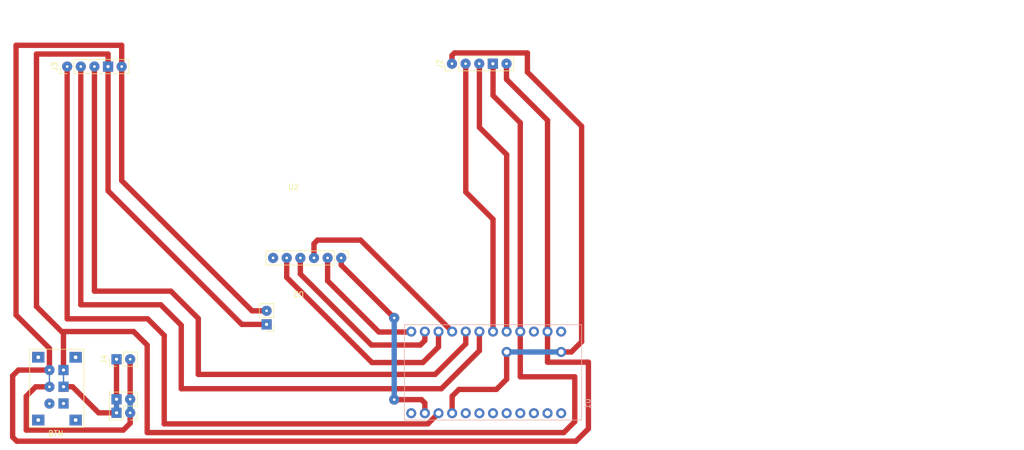
<source format=kicad_pcb>
(kicad_pcb (version 20211014) (generator pcbnew)
  (layers (0 "F.Cu" signal) (31 "B.Cu" signal) (34 "B.Paste" user) (35 "F.Paste" user) (36 "B.SilkS" user "B.Silkscreen") (37 "F.SilkS" user "F.Silkscreen") (38 "B.Mask" user) (39 "F.Mask" user) (44 "Edge.Cuts" user))
  (net 0 "")
  (net 1 "+5V")
  (net 2 "GND")
  (net 13 "Net-(J2-Pad1)")
  (net 14 "Net-(J2-Pad3)")
  (net 15 "Net-(J3-Pad2)")
  (net 16 "Net-(J2-Pad2)")
  (net 17 "Net-(J3-Pad3)")
  (net 19 "Net-(U1-PadJP6_9)")
  (net 20 "Net-(U1-PadJP6_10)")
  (net 21 "Net-(U1-PadJP6_11)")
  (net 22 "Net-(U1-PadJP6_12)")
  (net 23 "Net-(U1-PadJP7_2)")
  (net 25 "Net-(J3-Pad1)")
  (footprint "Arduino pro mini:NRF24L01" (layer "F.Cu") (at 74.590352 79.440313 180)
    (fp_text reference "U2" (at 0 -0.5 180 unlocked) (layer "F.SilkS"))
    (fp_text value "NRF24L01_Breakout")
    (fp_line (start 4.654 -4.867) (end 4.654 -2.267) (layer "F.SilkS") (width 0.12))
    (fp_line (start -6.663297 7.597626) (end -6.663297 4.937626) (layer "F.SilkS") (width 0.12))
    (fp_line (start -7.933297 7.597626) (end -9.263297 7.597626) (layer "F.SilkS") (width 0.12))
    (fp_line (start -9.263297 7.597626) (end -9.263297 6.267626) (layer "F.SilkS") (width 0.12))
    (fp_line (start 6.096703 7.597626) (end 6.096703 4.937626) (layer "F.SilkS") (width 0.12))
    (fp_line (start 7.314 -4.867) (end 7.314 -2.267) (layer "F.SilkS") (width 0.12))
    (fp_line (start 4.654 -2.267) (end 7.314 -2.267) (layer "F.SilkS") (width 0.12))
    (fp_line (start -6.663297 4.937626) (end 6.096703 4.937626) (layer "F.SilkS") (width 0.12))
    (fp_line (start 4.654 -4.867) (end 7.314 -4.867) (layer "F.SilkS") (width 0.12))
    (fp_line (start -6.663297 7.597626) (end 6.096703 7.597626) (layer "F.SilkS") (width 0.12))
    (fp_line (start 4.654 -6.137) (end 4.654 -7.467) (layer "F.SilkS") (width 0.12))
    (fp_line (start 4.654 -7.467) (end 5.984 -7.467) (layer "F.SilkS") (width 0.12))
    (pad "1" thru_hole oval (at 5.984 -3.597 180) (size 1.9 1.9) (drill 0.5) (layers *.Cu *.Mask) (net 2 "GND"))
    (pad "2" thru_hole rect (at 5.984 -6.137 180) (size 1.9 1.9) (drill 0.6) (layers *.Cu *.Mask) (net 1 "+5V"))
    (pad "3" thru_hole oval (at -7.933297 6.267626 270) (size 1.9 1.9) (drill 0.5) (layers *.Cu *.Mask) (net 23 "Net-(U1-PadJP7_2)"))
    (pad "4" thru_hole oval (at -5.393297 6.267626 270) (size 1.9 1.9) (drill 0.5) (layers *.Cu *.Mask) (net 22 "Net-(U1-PadJP6_12)"))
    (pad "5" thru_hole oval (at -2.853297 6.267626 270) (size 1.9 1.9) (drill 0.5) (layers *.Cu *.Mask) (net 19 "Net-(U1-PadJP6_9)"))
    (pad "6" thru_hole oval (at -0.313297 6.267626 270) (size 1.9 1.9) (drill 0.5) (layers *.Cu *.Mask) (net 21 "Net-(U1-PadJP6_11)"))
    (pad "7" thru_hole oval (at 2.226703 6.267626 270) (size 1.9 1.9) (drill 0.5) (layers *.Cu *.Mask) (net 20 "Net-(U1-PadJP6_10)"))
    (pad "8" thru_hole oval (at 4.766703 6.267626 270) (size 1.9 1.9) (drill 0.5) (layers *.Cu *.Mask))
  )
  (footprint "" (layer "F.Cu") (at 113.351703 90.722626)
    (fp_text reference "" (at 0 0) (layer "F.SilkS") (effects (font (size 1.27 1.27))))
    (fp_text value "" (at 0 0) (layer "F.SilkS") (effects (font (size 1.27 1.27))))
    (pad "JP7_4" thru_hole circle (at 0 0 90) (size 1.8796 1.8796) (drill 1.016) (layers *.Cu *.Mask) (net 13 "Net-(J2-Pad1)"))
  )
  (footprint "" (layer "F.Cu") (at 92.396703 99.612626)
    (fp_text reference "" (at 0 0) (layer "F.SilkS") (effects (font (size 1.27 1.27))))
    (fp_text value "" (at 0 0) (layer "F.SilkS") (effects (font (size 1.27 1.27))))
    (pad "3" thru_hole oval (at 0 0 270) (size 1.9 1.9) (drill 0.5) (layers *.Cu *.Mask) (net 23 "Net-(U1-PadJP7_2)"))
  )
  (footprint "Connector_PinHeader_2.54mm:PinHeader_2x02_P2.54mm_Vertical" (layer "F.Cu") (at 43.18 102.075 180)
    (fp_text reference "" (at 1.27 -2.33) (layer "F.SilkS"))
    (fp_text value "POWERS")
    (fp_line (start -1.33 3.87) (end 3.87 3.87) (layer "F.SilkS") (width 0.12))
    (fp_line (start 3.87 -1.33) (end 3.87 3.87) (layer "F.SilkS") (width 0.12))
    (fp_line (start 1.27 1.27) (end 1.27 -1.33) (layer "F.SilkS") (width 0.12))
    (fp_line (start -1.33 1.27) (end 1.27 1.27) (layer "F.SilkS") (width 0.12))
    (fp_line (start -1.33 -1.33) (end 0 -1.33) (layer "F.SilkS") (width 0.12))
    (fp_line (start -1.33 1.27) (end -1.33 3.87) (layer "F.SilkS") (width 0.12))
    (fp_line (start 1.27 -1.33) (end 3.87 -1.33) (layer "F.SilkS") (width 0.12))
    (fp_line (start -1.33 0) (end -1.33 -1.33) (layer "F.SilkS") (width 0.12))
    (pad "1" thru_hole oval (at 0 0 180) (size 1.9 1.9) (drill 0.5) (layers *.Cu *.Mask) (net 2 "GND"))
    (pad "2" thru_hole rect (at 2.54 0 180) (size 1.9 1.9) (drill 0.6) (layers *.Cu *.Mask) (net 1 "+5V"))
    (pad "3" thru_hole oval (at 0 2.54 180) (size 1.9 1.9) (drill 0.5) (layers *.Cu *.Mask) (net 2 "GND"))
    (pad "4" thru_hole rect (at 2.54 2.54 180) (size 1.9 1.9) (drill 0.6) (layers *.Cu *.Mask) (net 1 "+5V"))
  )
  (footprint "Connector_PinHeader_2.54mm:PinHeader_1x02_P2.54mm_Vertical" (layer "F.Cu") (at 40.64 92.075 90)
    (fp_text reference "J4" (at 0 -2.33 90) (layer "F.SilkS"))
    (fp_text value "Micro-Power-IN")
    (fp_line (start -1.33 0) (end -1.33 -1.33) (layer "F.SilkS") (width 0.12))
    (fp_line (start -1.33 1.27) (end 1.33 1.27) (layer "F.SilkS") (width 0.12))
    (fp_line (start -1.33 -1.33) (end 0 -1.33) (layer "F.SilkS") (width 0.12))
    (fp_line (start 1.33 1.27) (end 1.33 3.87) (layer "F.SilkS") (width 0.12))
    (fp_line (start -1.33 1.27) (end -1.33 3.87) (layer "F.SilkS") (width 0.12))
    (fp_line (start -1.33 3.87) (end 1.33 3.87) (layer "F.SilkS") (width 0.12))
    (pad "1" thru_hole rect (at 0 0 90) (size 1.9 1.9) (drill 0.6) (layers *.Cu *.Mask) (net 1 "+5V"))
    (pad "2" thru_hole oval (at 0 2.54 90) (size 1.9 1.9) (drill 0.5) (layers *.Cu *.Mask) (net 2 "GND"))
  )
  (footprint "" (layer "F.Cu") (at 123.511703 90.722626)
    (fp_text reference "" (at 0 0) (layer "F.SilkS") (effects (font (size 1.27 1.27))))
    (fp_text value "" (at 0 0) (layer "F.SilkS") (effects (font (size 1.27 1.27))))
    (pad "JP7_4" thru_hole circle (at 0 0 90) (size 1.8796 1.8796) (drill 1.016) (layers *.Cu *.Mask) (net 13 "Net-(J2-Pad1)"))
  )
  (footprint "Connector_PinHeader_2.54mm:PinHeader_1x05_P2.54mm_Vertical" (layer "F.Cu") (at 103.164119 36.931854 90)
    (fp_text reference "J2" (at 0 -2.33 90) (layer "F.SilkS"))
    (fp_text value "Joystick_Left")
    (fp_line (start -1.33 11.49) (end 1.33 11.49) (layer "F.SilkS") (width 0.12))
    (fp_line (start 1.33 1.27) (end 1.33 11.49) (layer "F.SilkS") (width 0.12))
    (fp_line (start -1.33 -1.33) (end 0 -1.33) (layer "F.SilkS") (width 0.12))
    (fp_line (start -1.33 0) (end -1.33 -1.33) (layer "F.SilkS") (width 0.12))
    (fp_line (start -1.33 1.27) (end -1.33 11.49) (layer "F.SilkS") (width 0.12))
    (fp_line (start -1.33 1.27) (end 1.33 1.27) (layer "F.SilkS") (width 0.12))
    (pad "1" thru_hole oval (at 0 0 90) (size 1.9 1.9) (drill 0.5) (layers *.Cu *.Mask) (net 13 "Net-(J2-Pad1)"))
    (pad "2" thru_hole oval (at 0 2.54 90) (size 1.9 1.9) (drill 0.5) (layers *.Cu *.Mask) (net 16 "Net-(J2-Pad2)"))
    (pad "3" thru_hole oval (at 0 5.08 90) (size 1.9 1.9) (drill 0.5) (layers *.Cu *.Mask) (net 14 "Net-(J2-Pad3)"))
    (pad "4" thru_hole rect (at 0 7.62 90) (size 1.9 1.9) (drill 0.6) (layers *.Cu *.Mask) (net 1 "+5V"))
    (pad "5" thru_hole oval (at 0 10.16 90) (size 1.9 1.9) (drill 0.5) (layers *.Cu *.Mask) (net 2 "GND"))
  )
  (footprint "Connector_PinHeader_2.54mm:PushButton_6_pin" (layer "F.Cu") (at 33.056306 103.304235 180)
    (fp_text reference "BTN" (at 3.74 -2.618) (layer "F.SilkS"))
    (fp_text value "PushButton_6_pin")
    (fp_line (start -1.491194 -1.496) (end 8.602 -1.496) (layer "F.SilkS") (width 0.12))
    (fp_line (start -1.491194 13.09) (end 8.602 13.09) (layer "F.SilkS") (width 0.12))
    (fp_line (start 8.602 -1.496) (end 8.602 13.09) (layer "F.SilkS") (width 0.12))
    (fp_line (start -1.491194 -1.496) (end -1.491194 13.09) (layer "F.SilkS") (width 0.12))
    (pad "" thru_hole rect (at 0.043736 11.586152 180) (size 2.3 2) (drill 0.7) (layers *.Cu *.Mask))
    (pad "" thru_hole rect (at 0.03893 -0.118391 180) (size 2.3 2) (drill 0.7) (layers *.Cu *.Mask))
    (pad "" thru_hole rect (at 7.000509 11.59419 180) (size 2.3 2) (drill 0.7) (layers *.Cu *.Mask))
    (pad "" thru_hole rect (at 7.000509 -0.118391 180) (size 2.3 2) (drill 0.7) (layers *.Cu *.Mask))
    (pad "1" thru_hole rect (at 2.294688 2.967779 180) (size 1.9 1.9) (drill 0.6) (layers *.Cu *.Mask))
    (pad "2" thru_hole oval (at 4.918896 2.948554 180) (size 1.9 1.9) (drill 0.5) (layers *.Cu *.Mask))
    (pad "3" thru_hole rect (at 2.29506 6.097205 180) (size 1.9 1.9) (drill 0.6) (layers *.Cu *.Mask) (net 1 "+5V"))
    (pad "4" thru_hole oval (at 4.919268 6.07798 180) (size 1.9 1.9) (drill 0.5) (layers *.Cu *.Mask) (net 2 "GND"))
    (pad "5" thru_hole rect (at 2.30164 9.207406 180) (size 1.9 1.9) (drill 0.6) (layers *.Cu *.Mask) (net 1 "+5V"))
    (pad "6" thru_hole oval (at 4.91964 9.207406 180) (size 1.9 1.9) (drill 0.5) (layers *.Cu *.Mask) (net 2 "GND"))
  )
  (footprint "" (layer "F.Cu") (at 92.396703 84.372626)
    (fp_text reference "" (at 0 0) (layer "F.SilkS") (effects (font (size 1.27 1.27))))
    (fp_text value "" (at 0 0) (layer "F.SilkS") (effects (font (size 1.27 1.27))))
    (pad "3" thru_hole oval (at 0 0 270) (size 1.9 1.9) (drill 0.5) (layers *.Cu *.Mask) (net 23 "Net-(U1-PadJP7_2)"))
  )
  (footprint "Connector_PinHeader_2.54mm:PinHeader_1x05_P2.54mm_Vertical" (layer "F.Cu") (at 31.441703 37.465 90)
    (fp_text reference "J3" (at 0 -2.33 90) (layer "F.SilkS"))
    (fp_text value "Joystick_Right")
    (fp_line (start -1.33 -1.33) (end 0 -1.33) (layer "F.SilkS") (width 0.12))
    (fp_line (start 1.33 1.27) (end 1.33 11.49) (layer "F.SilkS") (width 0.12))
    (fp_line (start -1.33 1.27) (end -1.33 11.49) (layer "F.SilkS") (width 0.12))
    (fp_line (start -1.33 1.27) (end 1.33 1.27) (layer "F.SilkS") (width 0.12))
    (fp_line (start -1.33 0) (end -1.33 -1.33) (layer "F.SilkS") (width 0.12))
    (fp_line (start -1.33 11.49) (end 1.33 11.49) (layer "F.SilkS") (width 0.12))
    (pad "1" thru_hole oval (at 0 0 90) (size 1.9 1.9) (drill 0.5) (layers *.Cu *.Mask) (net 25 "Net-(J3-Pad1)"))
    (pad "2" thru_hole oval (at 0 2.54 90) (size 1.9 1.9) (drill 0.5) (layers *.Cu *.Mask) (net 15 "Net-(J3-Pad2)"))
    (pad "3" thru_hole oval (at 0 5.08 90) (size 1.9 1.9) (drill 0.5) (layers *.Cu *.Mask) (net 17 "Net-(J3-Pad3)"))
    (pad "4" thru_hole rect (at 0 7.62 90) (size 1.9 1.9) (drill 0.6) (layers *.Cu *.Mask) (net 1 "+5V"))
    (pad "5" thru_hole oval (at 0 10.16 90) (size 1.9 1.9) (drill 0.5) (layers *.Cu *.Mask) (net 2 "GND"))
  )
  (footprint "Arduino pro mini:MODULE_ARDUINO_PRO_MINI" (layer "B.Cu") (at 110.811703 94.532626 90)
    (fp_text reference "U1" (at -5.825 17.635 270) (layer "B.SilkS") (effects (justify mirror)))
    (fp_text value "ARDUINO_PRO_MINI")
    (fp_line (start 8.89 16.51) (end -8.89 16.51) (layer "B.SilkS") (width 0.127))
    (fp_line (start -8.89 -16.51) (end 8.89 -16.51) (layer "B.SilkS") (width 0.127))
    (fp_line (start -8.89 16.51) (end -8.89 -16.51) (layer "B.SilkS") (width 0.127))
    (fp_line (start 8.89 -16.51) (end 8.89 16.51) (layer "B.SilkS") (width 0.127))
    (pad "JP6_1" thru_hole circle (at 7.62 12.7 90) (size 1.8796 1.8796) (drill 1.016) (layers *.Cu *.Mask))
    (pad "JP6_2" thru_hole circle (at 7.62 10.16 90) (size 1.8796 1.8796) (drill 1.016) (layers *.Cu *.Mask) (net 2 "GND"))
    (pad "JP6_3" thru_hole circle (at 7.62 7.62 90) (size 1.8796 1.8796) (drill 1.016) (layers *.Cu *.Mask))
    (pad "JP6_4" thru_hole circle (at 7.62 5.08 90) (size 1.8796 1.8796) (drill 1.016) (layers *.Cu *.Mask) (net 1 "+5V"))
    (pad "JP6_5" thru_hole circle (at 7.62 2.54 90) (size 1.8796 1.8796) (drill 1.016) (layers *.Cu *.Mask) (net 14 "Net-(J2-Pad3)"))
    (pad "JP6_6" thru_hole circle (at 7.62 0 90) (size 1.8796 1.8796) (drill 1.016) (layers *.Cu *.Mask) (net 16 "Net-(J2-Pad2)"))
    (pad "JP6_7" thru_hole circle (at 7.62 -2.54 90) (size 1.8796 1.8796) (drill 1.016) (layers *.Cu *.Mask) (net 15 "Net-(J3-Pad2)"))
    (pad "JP6_8" thru_hole circle (at 7.62 -5.08 90) (size 1.8796 1.8796) (drill 1.016) (layers *.Cu *.Mask) (net 17 "Net-(J3-Pad3)"))
    (pad "JP6_9" thru_hole circle (at 7.62 -7.62 90) (size 1.8796 1.8796) (drill 1.016) (layers *.Cu *.Mask) (net 19 "Net-(U1-PadJP6_9)"))
    (pad "JP6_10" thru_hole circle (at 7.62 -10.16 90) (size 1.8796 1.8796) (drill 1.016) (layers *.Cu *.Mask) (net 20 "Net-(U1-PadJP6_10)"))
    (pad "JP6_11" thru_hole circle (at 7.62 -12.7 90) (size 1.8796 1.8796) (drill 1.016) (layers *.Cu *.Mask) (net 21 "Net-(U1-PadJP6_11)"))
    (pad "JP6_12" thru_hole circle (at 7.62 -15.24 90) (size 1.8796 1.8796) (drill 1.016) (layers *.Cu *.Mask) (net 22 "Net-(U1-PadJP6_12)"))
    (pad "JP7_1" thru_hole circle (at -7.62 -15.24 90) (size 1.8796 1.8796) (drill 1.016) (layers *.Cu *.Mask))
    (pad "JP7_2" thru_hole circle (at -7.62 -12.7 90) (size 1.8796 1.8796) (drill 1.016) (layers *.Cu *.Mask) (net 23 "Net-(U1-PadJP7_2)"))
    (pad "JP7_3" thru_hole circle (at -7.62 -10.16 90) (size 1.8796 1.8796) (drill 1.016) (layers *.Cu *.Mask) (net 25 "Net-(J3-Pad1)"))
    (pad "JP7_4" thru_hole circle (at -7.62 -7.62 90) (size 1.8796 1.8796) (drill 1.016) (layers *.Cu *.Mask) (net 13 "Net-(J2-Pad1)"))
    (pad "JP7_5" thru_hole circle (at -7.62 -5.08 90) (size 1.8796 1.8796) (drill 1.016) (layers *.Cu *.Mask))
    (pad "JP7_6" thru_hole circle (at -7.62 -2.54 90) (size 1.8796 1.8796) (drill 1.016) (layers *.Cu *.Mask))
    (pad "JP7_7" thru_hole circle (at -7.62 0 90) (size 1.8796 1.8796) (drill 1.016) (layers *.Cu *.Mask))
    (pad "JP7_8" thru_hole circle (at -7.62 2.54 90) (size 1.8796 1.8796) (drill 1.016) (layers *.Cu *.Mask))
    (pad "JP7_9" thru_hole circle (at -7.62 5.08 90) (size 1.8796 1.8796) (drill 1.016) (layers *.Cu *.Mask))
    (pad "JP7_10" thru_hole circle (at -7.62 7.62 90) (size 1.8796 1.8796) (drill 1.016) (layers *.Cu *.Mask))
    (pad "JP7_11" thru_hole circle (at -7.62 10.16 90) (size 1.8796 1.8796) (drill 1.016) (layers *.Cu *.Mask))
    (pad "JP7_12" thru_hole circle (at -7.62 12.7 90) (size 1.8796 1.8796) (drill 1.016) (layers *.Cu *.Mask))
  )
  (gr_text "U2" (at 73.631603 59.937205) (layer "F.SilkS") (effects (font (size 1 1))))
  (segment (start 37.305 102.075) (end 40.64 102.075) (width 1) (layer "F.Cu") (net 1))
  (segment (start 25.721703 82.236703) (end 30.754666 87.269666) (width 1) (layer "F.Cu") (net 1))
  (segment (start 110.784119 36.931854) (end 110.816703 36.964438) (width 1) (layer "F.Cu") (net 1))
  (segment (start 126.051703 95.350774) (end 115.891703 95.350774) (width 1) (layer "F.Cu") (net 1))
  (segment (start 30.754666 87.269666) (end 30.754666 94.096829) (width 1) (layer "F.Cu") (net 1))
  (segment (start 43.825113 86.912626) (end 46.355 89.442513) (width 1) (layer "F.Cu") (net 1))
  (segment (start 63.987313 85.577313) (end 39.061703 60.651703) (width 1) (layer "F.Cu") (net 1))
  (segment (start 115.891703 95.350774) (end 115.891703 86.912626) (width 1) (layer "F.Cu") (net 1))
  (segment (start 110.816703 36.964438) (end 110.816703 42.871703) (width 1) (layer "F.Cu") (net 1))
  (segment (start 115.891703 47.946703) (end 115.891703 86.912626) (width 1) (layer "F.Cu") (net 1))
  (segment (start 30.761246 97.20703) (end 32.43703 97.20703) (width 1) (layer "F.Cu") (net 1))
  (segment (start 39.061703 60.651703) (end 39.061703 35.128771) (width 1) (layer "F.Cu") (net 1))
  (segment (start 25.721703 35.128771) (end 25.721703 82.236703) (width 1) (layer "F.Cu") (net 1))
  (segment (start 40.64 99.535) (end 40.64 92.075) (width 1) (layer "F.Cu") (net 1))
  (segment (start 46.355 89.442513) (end 46.355 105.761078) (width 1) (layer "F.Cu") (net 1))
  (segment (start 126.051703 103.717025) (end 126.051703 95.350774) (width 1) (layer "F.Cu") (net 1))
  (segment (start 32.43703 97.20703) (end 37.305 102.075) (width 1) (layer "F.Cu") (net 1))
  (segment (start 68.606352 85.577313) (end 63.987313 85.577313) (width 1) (layer "F.Cu") (net 1))
  (segment (start 124.00765 105.761078) (end 126.051703 103.717025) (width 1) (layer "F.Cu") (net 1))
  (segment (start 110.816703 42.871703) (end 115.891703 47.946703) (width 1) (layer "F.Cu") (net 1))
  (segment (start 46.355 105.761078) (end 124.00765 105.761078) (width 1) (layer "F.Cu") (net 1))
  (segment (start 39.061703 35.128771) (end 25.721703 35.128771) (width 1) (layer "F.Cu") (net 1))
  (segment (start 30.754666 86.912626) (end 43.825113 86.912626) (width 1) (layer "F.Cu") (net 1))
  (segment (start 40.64 102.075) (end 40.64 99.535) (width 1) (layer "B.Cu") (net 1))
  (segment (start 30.761246 97.20703) (end 30.761246 94.103409) (width 0.25) (layer "B.Cu") (net 1))
  (segment (start 120.971703 47.490374) (end 120.971703 86.912626) (width 1) (layer "F.Cu") (net 2))
  (segment (start 28.136666 94.096829) (end 22.3475 94.096829) (width 1) (layer "F.Cu") (net 2))
  (segment (start 113.324119 39.84279) (end 120.971703 47.490374) (width 1) (layer "F.Cu") (net 2))
  (segment (start 128.591703 92.627626) (end 120.971703 92.627626) (width 1) (layer "F.Cu") (net 2))
  (segment (start 22.050169 107.371092) (end 126.263503 107.371092) (width 1) (layer "F.Cu") (net 2))
  (segment (start 65.892313 83.037313) (end 68.606352 83.037313) (width 1) (layer "F.Cu") (net 2))
  (segment (start 41.906812 105.294102) (end 23.816703 105.294102) (width 1) (layer "F.Cu") (net 2))
  (segment (start 25.568074 97.226255) (end 28.137038 97.226255) (width 1) (layer "F.Cu") (net 2))
  (segment (start 43.18 104.020914) (end 41.906812 105.294102) (width 1) (layer "F.Cu") (net 2))
  (segment (start 22.3475 94.096829) (end 21.276703 95.167626) (width 1) (layer "F.Cu") (net 2))
  (segment (start 21.911703 83.824203) (end 21.911703 33.498599) (width 1) (layer "F.Cu") (net 2))
  (segment (start 21.276703 106.597626) (end 22.050169 107.371092) (width 1) (layer "F.Cu") (net 2))
  (segment (start 126.263503 107.371092) (end 128.591703 105.042892) (width 1) (layer "F.Cu") (net 2))
  (segment (start 28.136666 90.049166) (end 21.911703 83.824203) (width 1) (layer "F.Cu") (net 2))
  (segment (start 23.816703 98.977626) (end 25.568074 97.226255) (width 1) (layer "F.Cu") (net 2))
  (segment (start 41.601703 33.498599) (end 41.601703 58.746703) (width 1) (layer "F.Cu") (net 2))
  (segment (start 23.816703 105.294102) (end 23.816703 98.977626) (width 1) (layer "F.Cu") (net 2))
  (segment (start 128.591703 105.042892) (end 128.591703 92.627626) (width 1) (layer "F.Cu") (net 2))
  (segment (start 43.18 102.075) (end 43.18 104.020914) (width 1) (layer "F.Cu") (net 2))
  (segment (start 113.324119 36.931854) (end 113.324119 39.84279) (width 1) (layer "F.Cu") (net 2))
  (segment (start 28.136666 94.096829) (end 28.136666 90.049166) (width 1) (layer "F.Cu") (net 2))
  (segment (start 43.18 92.075) (end 43.18 99.535) (width 1) (layer "F.Cu") (net 2))
  (segment (start 21.911703 33.498599) (end 41.601703 33.498599) (width 1) (layer "F.Cu") (net 2))
  (segment (start 21.276703 95.167626) (end 21.276703 106.597626) (width 1) (layer "F.Cu") (net 2))
  (segment (start 41.601703 58.746703) (end 65.892313 83.037313) (width 1) (layer "F.Cu") (net 2))
  (segment (start 120.971703 92.627626) (end 120.971703 86.912626) (width 1) (layer "F.Cu") (net 2))
  (segment (start 28.136666 94.096829) (end 28.136666 97.225883) (width 0.25) (layer "B.Cu") (net 2))
  (segment (start 43.18 102.075) (end 43.18 99.535) (width 1) (layer "B.Cu") (net 2))
  (segment (start 127.321703 48.595985) (end 127.321703 88.817626) (width 1) (layer "F.Cu") (net 13))
  (segment (start 103.164119 35.392816) (end 103.631935 34.925) (width 1) (layer "F.Cu") (net 13))
  (segment (start 103.631935 34.925) (end 117.218292 34.925) (width 1) (layer "F.Cu") (net 13))
  (segment (start 104.461703 97.707626) (end 111.446703 97.707626) (width 1) (layer "F.Cu") (net 13))
  (segment (start 111.446703 97.707626) (end 113.351703 95.802626) (width 1) (layer "F.Cu") (net 13))
  (segment (start 113.351703 95.802626) (end 113.351703 90.722626) (width 1) (layer "F.Cu") (net 13))
  (segment (start 103.164119 36.931854) (end 103.164119 35.392816) (width 1) (layer "F.Cu") (net 13))
  (segment (start 127.321703 88.817626) (end 125.416703 90.722626) (width 1) (layer "F.Cu") (net 13))
  (segment (start 125.416703 90.722626) (end 123.511703 90.722626) (width 1) (layer "F.Cu") (net 13))
  (segment (start 103.191703 102.152626) (end 103.191703 98.977626) (width 1) (layer "F.Cu") (net 13))
  (segment (start 117.218292 38.492574) (end 127.321703 48.595985) (width 1) (layer "F.Cu") (net 13))
  (segment (start 103.191703 98.977626) (end 104.461703 97.707626) (width 1) (layer "F.Cu") (net 13))
  (segment (start 117.218292 34.925) (end 117.218292 38.492574) (width 1) (layer "F.Cu") (net 13))
  (segment (start 113.351703 90.722626) (end 123.511703 90.722626) (width 1) (layer "B.Cu") (net 13))
  (segment (start 108.276703 36.964438) (end 108.276703 48.817626) (width 1) (layer "F.Cu") (net 14))
  (segment (start 108.244119 36.931854) (end 108.276703 36.964438) (width 1) (layer "F.Cu") (net 14))
  (segment (start 113.351703 53.892626) (end 113.351703 86.912626) (width 1) (layer "F.Cu") (net 14))
  (segment (start 108.276703 48.817626) (end 113.351703 53.892626) (width 1) (layer "F.Cu") (net 14))
  (segment (start 52.705 85.735715) (end 52.705 97.579523) (width 1) (layer "F.Cu") (net 15))
  (segment (start 48.884285 81.915) (end 52.705 85.735715) (width 1) (layer "F.Cu") (net 15))
  (segment (start 33.981703 81.915) (end 48.884285 81.915) (width 1) (layer "F.Cu") (net 15))
  (segment (start 108.271703 90.483297) (end 108.271703 86.912626) (width 1) (layer "F.Cu") (net 15))
  (segment (start 33.981703 37.465) (end 33.981703 81.915) (width 1) (layer "F.Cu") (net 15))
  (segment (start 101.175477 97.579523) (end 108.271703 90.483297) (width 1) (layer "F.Cu") (net 15))
  (segment (start 52.705 97.579523) (end 101.175477 97.579523) (width 1) (layer "F.Cu") (net 15))
  (segment (start 106.045 36.83) (end 105.736703 37.138297) (width 1) (layer "F.Cu") (net 16))
  (segment (start 105.736703 60.882626) (end 110.811703 65.957626) (width 1) (layer "F.Cu") (net 16))
  (segment (start 105.736703 37.138297) (end 105.736703 60.882626) (width 1) (layer "F.Cu") (net 16))
  (segment (start 110.811703 65.957626) (end 110.811703 86.912626) (width 1) (layer "F.Cu") (net 16))
  (segment (start 100.031047 94.905023) (end 105.731703 89.204367) (width 1) (layer "F.Cu") (net 17))
  (segment (start 36.521703 79.375) (end 50.776315 79.375) (width 1) (layer "F.Cu") (net 17))
  (segment (start 50.776315 79.375) (end 55.88 84.478685) (width 1) (layer "F.Cu") (net 17))
  (segment (start 105.731703 89.204367) (end 105.731703 86.912626) (width 1) (layer "F.Cu") (net 17))
  (segment (start 55.88 84.478685) (end 55.88 94.905023) (width 1) (layer "F.Cu") (net 17))
  (segment (start 55.88 94.905023) (end 100.031047 94.905023) (width 1) (layer "F.Cu") (net 17))
  (segment (start 36.521703 37.465) (end 36.521703 79.375) (width 1) (layer "F.Cu") (net 17))
  (segment (start 86.129077 69.85) (end 103.191703 86.912626) (width 1) (layer "F.Cu") (net 19))
  (segment (start 77.443649 73.172687) (end 77.443649 70.511351) (width 1) (layer "F.Cu") (net 19))
  (segment (start 78.105 69.85) (end 86.129077 69.85) (width 1) (layer "F.Cu") (net 19))
  (segment (start 77.443649 70.511351) (end 78.105 69.85) (width 1) (layer "F.Cu") (net 19))
  (segment (start 88.252499 92.697499) (end 97.738618 92.697499) (width 1) (layer "F.Cu") (net 20))
  (segment (start 72.363649 76.808649) (end 88.252499 92.697499) (width 1) (layer "F.Cu") (net 20))
  (segment (start 72.363649 73.172687) (end 72.363649 76.808649) (width 1) (layer "F.Cu") (net 20))
  (segment (start 100.651703 89.784414) (end 100.651703 86.912626) (width 1) (layer "F.Cu") (net 20))
  (segment (start 97.738618 92.697499) (end 100.651703 89.784414) (width 1) (layer "F.Cu") (net 20))
  (segment (start 98.111703 88.578297) (end 98.111703 86.912626) (width 1) (layer "F.Cu") (net 21))
  (segment (start 74.903649 76.173649) (end 88.158665 89.428665) (width 1) (layer "F.Cu") (net 21))
  (segment (start 74.903649 73.172687) (end 74.903649 76.173649) (width 1) (layer "F.Cu") (net 21))
  (segment (start 97.261335 89.428665) (end 98.111703 88.578297) (width 1) (layer "F.Cu") (net 21))
  (segment (start 88.158665 89.428665) (end 97.261335 89.428665) (width 1) (layer "F.Cu") (net 21))
  (segment (start 79.983649 77.443649) (end 89.535 86.995) (width 1) (layer "F.Cu") (net 22))
  (segment (start 95.489329 86.995) (end 95.571703 86.912626) (width 1) (layer "F.Cu") (net 22))
  (segment (start 79.983649 73.172687) (end 79.983649 77.443649) (width 1) (layer "F.Cu") (net 22))
  (segment (start 89.535 86.995) (end 95.489329 86.995) (width 1) (layer "F.Cu") (net 22))
  (segment (start 97.476703 99.612626) (end 98.111703 100.247626) (width 1) (layer "F.Cu") (net 23))
  (segment (start 92.396703 99.612626) (end 97.476703 99.612626) (width 1) (layer "F.Cu") (net 23))
  (segment (start 98.111703 100.247626) (end 98.111703 102.152626) (width 1) (layer "F.Cu") (net 23))
  (segment (start 92.396703 84.372626) (end 82.523649 74.499572) (width 1) (layer "F.Cu") (net 23))
  (segment (start 82.523649 74.499572) (end 82.523649 73.172687) (width 1) (layer "F.Cu") (net 23))
  (segment (start 92.396703 99.612626) (end 92.396703 84.372626) (width 1) (layer "B.Cu") (net 23))
  (segment (start 98.664329 104.14) (end 100.651703 102.152626) (width 1) (layer "F.Cu") (net 25))
  (segment (start 49.53 87.63) (end 49.53 104.14) (width 1) (layer "F.Cu") (net 25))
  (segment (start 31.441703 84.536771) (end 46.436771 84.536771) (width 1) (layer "F.Cu") (net 25))
  (segment (start 46.436771 84.536771) (end 49.53 87.63) (width 1) (layer "F.Cu") (net 25))
  (segment (start 49.53 104.14) (end 98.664329 104.14) (width 1) (layer "F.Cu") (net 25))
  (segment (start 31.441703 37.465) (end 31.441703 84.536771) (width 1) (layer "F.Cu") (net 25))
)
</source>
